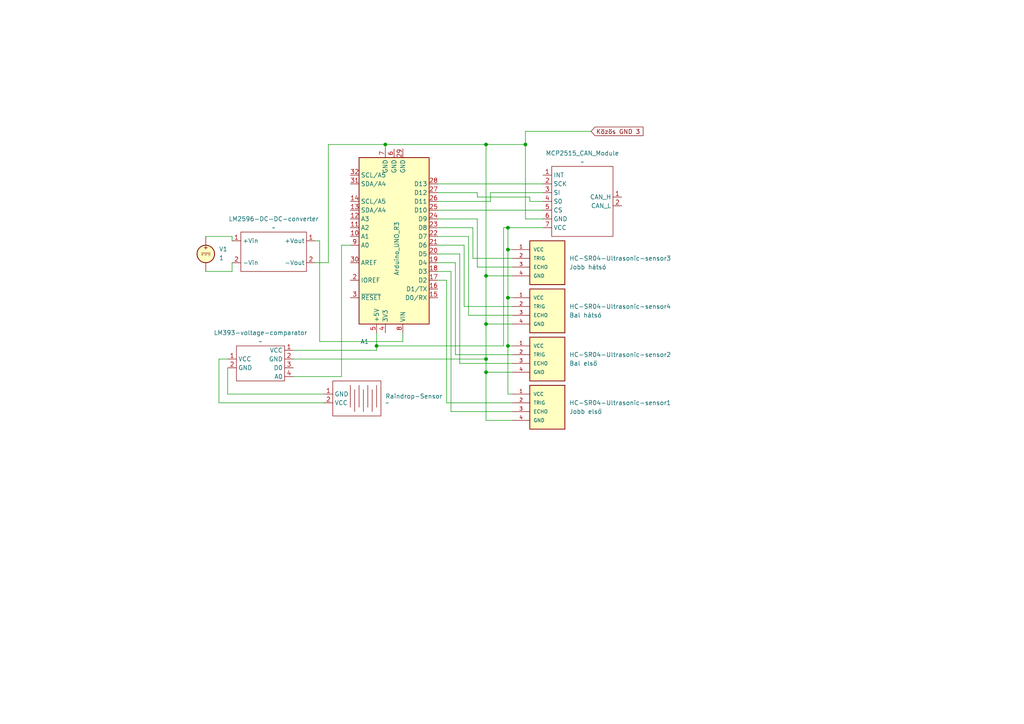
<source format=kicad_sch>
(kicad_sch
	(version 20231120)
	(generator "eeschema")
	(generator_version "8.0")
	(uuid "f1c608c3-aab1-4934-a3ae-69e3792d00b8")
	(paper "A4")
	(lib_symbols
		(symbol "HC-SR04:HC-SR04"
			(pin_names
				(offset 1.016)
			)
			(exclude_from_sim no)
			(in_bom yes)
			(on_board yes)
			(property "Reference" "U"
				(at 0 5.0813 0)
				(effects
					(font
						(size 1.27 1.27)
					)
					(justify left bottom)
				)
			)
			(property "Value" "HC-SR04"
				(at 0 -10.163 0)
				(effects
					(font
						(size 1.27 1.27)
					)
					(justify left bottom)
				)
			)
			(property "Footprint" "HC-SR04:XCVR_HC-SR04"
				(at 0 0 0)
				(effects
					(font
						(size 1.27 1.27)
					)
					(justify bottom)
					(hide yes)
				)
			)
			(property "Datasheet" ""
				(at 0 0 0)
				(effects
					(font
						(size 1.27 1.27)
					)
					(hide yes)
				)
			)
			(property "Description" ""
				(at 0 0 0)
				(effects
					(font
						(size 1.27 1.27)
					)
					(hide yes)
				)
			)
			(property "MF" "SparkFun Electronics"
				(at 0 0 0)
				(effects
					(font
						(size 1.27 1.27)
					)
					(justify bottom)
					(hide yes)
				)
			)
			(property "Description_1" "\nHC-SR04 Ultrasonic Sensor Qwiic Platform Evaluation Expansion Board\n"
				(at 0 0 0)
				(effects
					(font
						(size 1.27 1.27)
					)
					(justify bottom)
					(hide yes)
				)
			)
			(property "Package" "None"
				(at 0 0 0)
				(effects
					(font
						(size 1.27 1.27)
					)
					(justify bottom)
					(hide yes)
				)
			)
			(property "Price" "None"
				(at 0 0 0)
				(effects
					(font
						(size 1.27 1.27)
					)
					(justify bottom)
					(hide yes)
				)
			)
			(property "Check_prices" "https://www.snapeda.com/parts/HC-SR04/SparkFun+Electronics/view-part/?ref=eda"
				(at 0 0 0)
				(effects
					(font
						(size 1.27 1.27)
					)
					(justify bottom)
					(hide yes)
				)
			)
			(property "SnapEDA_Link" "https://www.snapeda.com/parts/HC-SR04/SparkFun+Electronics/view-part/?ref=snap"
				(at 0 0 0)
				(effects
					(font
						(size 1.27 1.27)
					)
					(justify bottom)
					(hide yes)
				)
			)
			(property "MP" "HC-SR04"
				(at 0 0 0)
				(effects
					(font
						(size 1.27 1.27)
					)
					(justify bottom)
					(hide yes)
				)
			)
			(property "Availability" "Not in stock"
				(at 0 0 0)
				(effects
					(font
						(size 1.27 1.27)
					)
					(justify bottom)
					(hide yes)
				)
			)
			(property "MANUFACTURER" "Osepp"
				(at 0 0 0)
				(effects
					(font
						(size 1.27 1.27)
					)
					(justify bottom)
					(hide yes)
				)
			)
			(symbol "HC-SR04_0_0"
				(rectangle
					(start 0 -7.62)
					(end 10.16 5.08)
					(stroke
						(width 0.254)
						(type default)
					)
					(fill
						(type background)
					)
				)
				(pin power_in line
					(at -5.08 2.54 0)
					(length 5.08)
					(name "VCC"
						(effects
							(font
								(size 1.016 1.016)
							)
						)
					)
					(number "1"
						(effects
							(font
								(size 1.016 1.016)
							)
						)
					)
				)
				(pin bidirectional line
					(at -5.08 0 0)
					(length 5.08)
					(name "TRIG"
						(effects
							(font
								(size 1.016 1.016)
							)
						)
					)
					(number "2"
						(effects
							(font
								(size 1.016 1.016)
							)
						)
					)
				)
				(pin bidirectional line
					(at -5.08 -2.54 0)
					(length 5.08)
					(name "ECHO"
						(effects
							(font
								(size 1.016 1.016)
							)
						)
					)
					(number "3"
						(effects
							(font
								(size 1.016 1.016)
							)
						)
					)
				)
				(pin power_in line
					(at -5.08 -5.08 0)
					(length 5.08)
					(name "GND"
						(effects
							(font
								(size 1.016 1.016)
							)
						)
					)
					(number "4"
						(effects
							(font
								(size 1.016 1.016)
							)
						)
					)
				)
			)
		)
		(symbol "MCU_Module:Arduino_UNO_R3"
			(exclude_from_sim no)
			(in_bom yes)
			(on_board yes)
			(property "Reference" "A"
				(at -10.16 23.495 0)
				(effects
					(font
						(size 1.27 1.27)
					)
					(justify left bottom)
				)
			)
			(property "Value" "Arduino_UNO_R3"
				(at 5.08 -26.67 0)
				(effects
					(font
						(size 1.27 1.27)
					)
					(justify left top)
				)
			)
			(property "Footprint" "Module:Arduino_UNO_R3"
				(at 0 0 0)
				(effects
					(font
						(size 1.27 1.27)
						(italic yes)
					)
					(hide yes)
				)
			)
			(property "Datasheet" "https://www.arduino.cc/en/Main/arduinoBoardUno"
				(at 0 0 0)
				(effects
					(font
						(size 1.27 1.27)
					)
					(hide yes)
				)
			)
			(property "Description" "Arduino UNO Microcontroller Module, release 3"
				(at 0 0 0)
				(effects
					(font
						(size 1.27 1.27)
					)
					(hide yes)
				)
			)
			(property "ki_keywords" "Arduino UNO R3 Microcontroller Module Atmel AVR USB"
				(at 0 0 0)
				(effects
					(font
						(size 1.27 1.27)
					)
					(hide yes)
				)
			)
			(property "ki_fp_filters" "Arduino*UNO*R3*"
				(at 0 0 0)
				(effects
					(font
						(size 1.27 1.27)
					)
					(hide yes)
				)
			)
			(symbol "Arduino_UNO_R3_0_1"
				(rectangle
					(start -10.16 22.86)
					(end 10.16 -25.4)
					(stroke
						(width 0.254)
						(type default)
					)
					(fill
						(type background)
					)
				)
			)
			(symbol "Arduino_UNO_R3_1_1"
				(pin no_connect line
					(at -10.16 -20.32 0)
					(length 2.54) hide
					(name "NC"
						(effects
							(font
								(size 1.27 1.27)
							)
						)
					)
					(number "1"
						(effects
							(font
								(size 1.27 1.27)
							)
						)
					)
				)
				(pin bidirectional line
					(at 12.7 -2.54 180)
					(length 2.54)
					(name "A1"
						(effects
							(font
								(size 1.27 1.27)
							)
						)
					)
					(number "10"
						(effects
							(font
								(size 1.27 1.27)
							)
						)
					)
				)
				(pin bidirectional line
					(at 12.7 -5.08 180)
					(length 2.54)
					(name "A2"
						(effects
							(font
								(size 1.27 1.27)
							)
						)
					)
					(number "11"
						(effects
							(font
								(size 1.27 1.27)
							)
						)
					)
				)
				(pin bidirectional line
					(at 12.7 -7.62 180)
					(length 2.54)
					(name "A3"
						(effects
							(font
								(size 1.27 1.27)
							)
						)
					)
					(number "12"
						(effects
							(font
								(size 1.27 1.27)
							)
						)
					)
				)
				(pin bidirectional line
					(at 12.7 -10.16 180)
					(length 2.54)
					(name "SDA/A4"
						(effects
							(font
								(size 1.27 1.27)
							)
						)
					)
					(number "13"
						(effects
							(font
								(size 1.27 1.27)
							)
						)
					)
				)
				(pin bidirectional line
					(at 12.7 -12.7 180)
					(length 2.54)
					(name "SCL/A5"
						(effects
							(font
								(size 1.27 1.27)
							)
						)
					)
					(number "14"
						(effects
							(font
								(size 1.27 1.27)
							)
						)
					)
				)
				(pin bidirectional line
					(at -12.7 15.24 0)
					(length 2.54)
					(name "D0/RX"
						(effects
							(font
								(size 1.27 1.27)
							)
						)
					)
					(number "15"
						(effects
							(font
								(size 1.27 1.27)
							)
						)
					)
				)
				(pin bidirectional line
					(at -12.7 12.7 0)
					(length 2.54)
					(name "D1/TX"
						(effects
							(font
								(size 1.27 1.27)
							)
						)
					)
					(number "16"
						(effects
							(font
								(size 1.27 1.27)
							)
						)
					)
				)
				(pin bidirectional line
					(at -12.7 10.16 0)
					(length 2.54)
					(name "D2"
						(effects
							(font
								(size 1.27 1.27)
							)
						)
					)
					(number "17"
						(effects
							(font
								(size 1.27 1.27)
							)
						)
					)
				)
				(pin bidirectional line
					(at -12.7 7.62 0)
					(length 2.54)
					(name "D3"
						(effects
							(font
								(size 1.27 1.27)
							)
						)
					)
					(number "18"
						(effects
							(font
								(size 1.27 1.27)
							)
						)
					)
				)
				(pin bidirectional line
					(at -12.7 5.08 0)
					(length 2.54)
					(name "D4"
						(effects
							(font
								(size 1.27 1.27)
							)
						)
					)
					(number "19"
						(effects
							(font
								(size 1.27 1.27)
							)
						)
					)
				)
				(pin output line
					(at 12.7 10.16 180)
					(length 2.54)
					(name "IOREF"
						(effects
							(font
								(size 1.27 1.27)
							)
						)
					)
					(number "2"
						(effects
							(font
								(size 1.27 1.27)
							)
						)
					)
				)
				(pin bidirectional line
					(at -12.7 2.54 0)
					(length 2.54)
					(name "D5"
						(effects
							(font
								(size 1.27 1.27)
							)
						)
					)
					(number "20"
						(effects
							(font
								(size 1.27 1.27)
							)
						)
					)
				)
				(pin bidirectional line
					(at -12.7 0 0)
					(length 2.54)
					(name "D6"
						(effects
							(font
								(size 1.27 1.27)
							)
						)
					)
					(number "21"
						(effects
							(font
								(size 1.27 1.27)
							)
						)
					)
				)
				(pin bidirectional line
					(at -12.7 -2.54 0)
					(length 2.54)
					(name "D7"
						(effects
							(font
								(size 1.27 1.27)
							)
						)
					)
					(number "22"
						(effects
							(font
								(size 1.27 1.27)
							)
						)
					)
				)
				(pin bidirectional line
					(at -12.7 -5.08 0)
					(length 2.54)
					(name "D8"
						(effects
							(font
								(size 1.27 1.27)
							)
						)
					)
					(number "23"
						(effects
							(font
								(size 1.27 1.27)
							)
						)
					)
				)
				(pin bidirectional line
					(at -12.7 -7.62 0)
					(length 2.54)
					(name "D9"
						(effects
							(font
								(size 1.27 1.27)
							)
						)
					)
					(number "24"
						(effects
							(font
								(size 1.27 1.27)
							)
						)
					)
				)
				(pin bidirectional line
					(at -12.7 -10.16 0)
					(length 2.54)
					(name "D10"
						(effects
							(font
								(size 1.27 1.27)
							)
						)
					)
					(number "25"
						(effects
							(font
								(size 1.27 1.27)
							)
						)
					)
				)
				(pin bidirectional line
					(at -12.7 -12.7 0)
					(length 2.54)
					(name "D11"
						(effects
							(font
								(size 1.27 1.27)
							)
						)
					)
					(number "26"
						(effects
							(font
								(size 1.27 1.27)
							)
						)
					)
				)
				(pin bidirectional line
					(at -12.7 -15.24 0)
					(length 2.54)
					(name "D12"
						(effects
							(font
								(size 1.27 1.27)
							)
						)
					)
					(number "27"
						(effects
							(font
								(size 1.27 1.27)
							)
						)
					)
				)
				(pin bidirectional line
					(at -12.7 -17.78 0)
					(length 2.54)
					(name "D13"
						(effects
							(font
								(size 1.27 1.27)
							)
						)
					)
					(number "28"
						(effects
							(font
								(size 1.27 1.27)
							)
						)
					)
				)
				(pin power_in line
					(at -2.54 -27.94 90)
					(length 2.54)
					(name "GND"
						(effects
							(font
								(size 1.27 1.27)
							)
						)
					)
					(number "29"
						(effects
							(font
								(size 1.27 1.27)
							)
						)
					)
				)
				(pin input line
					(at 12.7 15.24 180)
					(length 2.54)
					(name "~{RESET}"
						(effects
							(font
								(size 1.27 1.27)
							)
						)
					)
					(number "3"
						(effects
							(font
								(size 1.27 1.27)
							)
						)
					)
				)
				(pin input line
					(at 12.7 5.08 180)
					(length 2.54)
					(name "AREF"
						(effects
							(font
								(size 1.27 1.27)
							)
						)
					)
					(number "30"
						(effects
							(font
								(size 1.27 1.27)
							)
						)
					)
				)
				(pin bidirectional line
					(at 12.7 -17.78 180)
					(length 2.54)
					(name "SDA/A4"
						(effects
							(font
								(size 1.27 1.27)
							)
						)
					)
					(number "31"
						(effects
							(font
								(size 1.27 1.27)
							)
						)
					)
				)
				(pin bidirectional line
					(at 12.7 -20.32 180)
					(length 2.54)
					(name "SCL/A5"
						(effects
							(font
								(size 1.27 1.27)
							)
						)
					)
					(number "32"
						(effects
							(font
								(size 1.27 1.27)
							)
						)
					)
				)
				(pin power_out line
					(at 2.54 25.4 270)
					(length 2.54)
					(name "3V3"
						(effects
							(font
								(size 1.27 1.27)
							)
						)
					)
					(number "4"
						(effects
							(font
								(size 1.27 1.27)
							)
						)
					)
				)
				(pin power_out line
					(at 5.08 25.4 270)
					(length 2.54)
					(name "+5V"
						(effects
							(font
								(size 1.27 1.27)
							)
						)
					)
					(number "5"
						(effects
							(font
								(size 1.27 1.27)
							)
						)
					)
				)
				(pin power_in line
					(at 0 -27.94 90)
					(length 2.54)
					(name "GND"
						(effects
							(font
								(size 1.27 1.27)
							)
						)
					)
					(number "6"
						(effects
							(font
								(size 1.27 1.27)
							)
						)
					)
				)
				(pin power_in line
					(at 2.54 -27.94 90)
					(length 2.54)
					(name "GND"
						(effects
							(font
								(size 1.27 1.27)
							)
						)
					)
					(number "7"
						(effects
							(font
								(size 1.27 1.27)
							)
						)
					)
				)
				(pin power_in line
					(at -2.54 25.4 270)
					(length 2.54)
					(name "VIN"
						(effects
							(font
								(size 1.27 1.27)
							)
						)
					)
					(number "8"
						(effects
							(font
								(size 1.27 1.27)
							)
						)
					)
				)
				(pin bidirectional line
					(at 12.7 0 180)
					(length 2.54)
					(name "A0"
						(effects
							(font
								(size 1.27 1.27)
							)
						)
					)
					(number "9"
						(effects
							(font
								(size 1.27 1.27)
							)
						)
					)
				)
			)
		)
		(symbol "Simulation_SPICE:VDC"
			(pin_numbers hide)
			(pin_names
				(offset 0.0254)
			)
			(exclude_from_sim no)
			(in_bom yes)
			(on_board yes)
			(property "Reference" "V"
				(at 2.54 2.54 0)
				(effects
					(font
						(size 1.27 1.27)
					)
					(justify left)
				)
			)
			(property "Value" "1"
				(at 2.54 0 0)
				(effects
					(font
						(size 1.27 1.27)
					)
					(justify left)
				)
			)
			(property "Footprint" ""
				(at 0 0 0)
				(effects
					(font
						(size 1.27 1.27)
					)
					(hide yes)
				)
			)
			(property "Datasheet" "https://ngspice.sourceforge.io/docs/ngspice-html-manual/manual.xhtml#sec_Independent_Sources_for"
				(at 0 0 0)
				(effects
					(font
						(size 1.27 1.27)
					)
					(hide yes)
				)
			)
			(property "Description" "Voltage source, DC"
				(at 0 0 0)
				(effects
					(font
						(size 1.27 1.27)
					)
					(hide yes)
				)
			)
			(property "Sim.Pins" "1=+ 2=-"
				(at 0 0 0)
				(effects
					(font
						(size 1.27 1.27)
					)
					(hide yes)
				)
			)
			(property "Sim.Type" "DC"
				(at 0 0 0)
				(effects
					(font
						(size 1.27 1.27)
					)
					(hide yes)
				)
			)
			(property "Sim.Device" "V"
				(at 0 0 0)
				(effects
					(font
						(size 1.27 1.27)
					)
					(justify left)
					(hide yes)
				)
			)
			(property "ki_keywords" "simulation"
				(at 0 0 0)
				(effects
					(font
						(size 1.27 1.27)
					)
					(hide yes)
				)
			)
			(symbol "VDC_0_0"
				(polyline
					(pts
						(xy -1.27 0.254) (xy 1.27 0.254)
					)
					(stroke
						(width 0)
						(type default)
					)
					(fill
						(type none)
					)
				)
				(polyline
					(pts
						(xy -0.762 -0.254) (xy -1.27 -0.254)
					)
					(stroke
						(width 0)
						(type default)
					)
					(fill
						(type none)
					)
				)
				(polyline
					(pts
						(xy 0.254 -0.254) (xy -0.254 -0.254)
					)
					(stroke
						(width 0)
						(type default)
					)
					(fill
						(type none)
					)
				)
				(polyline
					(pts
						(xy 1.27 -0.254) (xy 0.762 -0.254)
					)
					(stroke
						(width 0)
						(type default)
					)
					(fill
						(type none)
					)
				)
				(text "+"
					(at 0 1.905 0)
					(effects
						(font
							(size 1.27 1.27)
						)
					)
				)
			)
			(symbol "VDC_0_1"
				(circle
					(center 0 0)
					(radius 2.54)
					(stroke
						(width 0.254)
						(type default)
					)
					(fill
						(type background)
					)
				)
			)
			(symbol "VDC_1_1"
				(pin passive line
					(at 0 5.08 270)
					(length 2.54)
					(name "~"
						(effects
							(font
								(size 1.27 1.27)
							)
						)
					)
					(number "1"
						(effects
							(font
								(size 1.27 1.27)
							)
						)
					)
				)
				(pin passive line
					(at 0 -5.08 90)
					(length 2.54)
					(name "~"
						(effects
							(font
								(size 1.27 1.27)
							)
						)
					)
					(number "2"
						(effects
							(font
								(size 1.27 1.27)
							)
						)
					)
				)
			)
		)
		(symbol "lm393-voltage-comparator:LM393-voltage-comparator"
			(exclude_from_sim no)
			(in_bom yes)
			(on_board yes)
			(property "Reference" "U"
				(at 0 0 0)
				(effects
					(font
						(size 1.27 1.27)
					)
				)
			)
			(property "Value" ""
				(at 19.05 0 0)
				(effects
					(font
						(size 1.27 1.27)
					)
				)
			)
			(property "Footprint" ""
				(at 19.05 0 0)
				(effects
					(font
						(size 1.27 1.27)
					)
					(hide yes)
				)
			)
			(property "Datasheet" ""
				(at 19.05 0 0)
				(effects
					(font
						(size 1.27 1.27)
					)
					(hide yes)
				)
			)
			(property "Description" ""
				(at 19.05 0 0)
				(effects
					(font
						(size 1.27 1.27)
					)
					(hide yes)
				)
			)
			(symbol "LM393-voltage-comparator_0_1"
				(rectangle
					(start -3.81 0)
					(end 10.16 -10.16)
					(stroke
						(width 0)
						(type default)
					)
					(fill
						(type none)
					)
				)
			)
			(symbol "LM393-voltage-comparator_1_1"
				(pin power_out line
					(at -6.35 -3.81 0)
					(length 2.54)
					(name "VCC"
						(effects
							(font
								(size 1.27 1.27)
							)
						)
					)
					(number "1"
						(effects
							(font
								(size 1.27 1.27)
							)
						)
					)
				)
				(pin power_in line
					(at 12.7 -1.27 180)
					(length 2.54)
					(name "VCC"
						(effects
							(font
								(size 1.27 1.27)
							)
						)
					)
					(number "1"
						(effects
							(font
								(size 1.27 1.27)
							)
						)
					)
				)
				(pin output line
					(at -6.35 -6.35 0)
					(length 2.54)
					(name "GND"
						(effects
							(font
								(size 1.27 1.27)
							)
						)
					)
					(number "2"
						(effects
							(font
								(size 1.27 1.27)
							)
						)
					)
				)
				(pin input line
					(at 12.7 -3.81 180)
					(length 2.54)
					(name "GND"
						(effects
							(font
								(size 1.27 1.27)
							)
						)
					)
					(number "2"
						(effects
							(font
								(size 1.27 1.27)
							)
						)
					)
				)
				(pin output line
					(at 12.7 -6.35 180)
					(length 2.54)
					(name "D0"
						(effects
							(font
								(size 1.27 1.27)
							)
						)
					)
					(number "3"
						(effects
							(font
								(size 1.27 1.27)
							)
						)
					)
				)
				(pin output line
					(at 12.7 -8.89 180)
					(length 2.54)
					(name "A0"
						(effects
							(font
								(size 1.27 1.27)
							)
						)
					)
					(number "4"
						(effects
							(font
								(size 1.27 1.27)
							)
						)
					)
				)
			)
		)
		(symbol "lm393-voltage-comparator:Raindrop_sensor"
			(exclude_from_sim no)
			(in_bom yes)
			(on_board yes)
			(property "Reference" "U"
				(at 0 0 0)
				(effects
					(font
						(size 1.27 1.27)
					)
				)
			)
			(property "Value" ""
				(at 0 0 0)
				(effects
					(font
						(size 1.27 1.27)
					)
				)
			)
			(property "Footprint" ""
				(at 0 0 0)
				(effects
					(font
						(size 1.27 1.27)
					)
					(hide yes)
				)
			)
			(property "Datasheet" ""
				(at 0 0 0)
				(effects
					(font
						(size 1.27 1.27)
					)
					(hide yes)
				)
			)
			(property "Description" ""
				(at 0 0 0)
				(effects
					(font
						(size 1.27 1.27)
					)
					(hide yes)
				)
			)
			(symbol "Raindrop_sensor_0_1"
				(polyline
					(pts
						(xy 5.08 -1.27) (xy 5.08 -7.62)
					)
					(stroke
						(width 0)
						(type default)
					)
					(fill
						(type none)
					)
				)
				(polyline
					(pts
						(xy 6.35 -8.89) (xy 6.35 -2.54)
					)
					(stroke
						(width 0)
						(type default)
					)
					(fill
						(type none)
					)
				)
				(polyline
					(pts
						(xy 7.62 -1.27) (xy 7.62 -7.62)
					)
					(stroke
						(width 0)
						(type default)
					)
					(fill
						(type none)
					)
				)
				(polyline
					(pts
						(xy 8.89 -8.89) (xy 8.89 -2.54)
					)
					(stroke
						(width 0)
						(type default)
					)
					(fill
						(type none)
					)
				)
				(polyline
					(pts
						(xy 10.16 -1.27) (xy 10.16 -7.62)
					)
					(stroke
						(width 0)
						(type default)
					)
					(fill
						(type none)
					)
				)
				(polyline
					(pts
						(xy 11.43 -8.89) (xy 11.43 -2.54)
					)
					(stroke
						(width 0)
						(type default)
					)
					(fill
						(type none)
					)
				)
				(polyline
					(pts
						(xy 12.7 -1.27) (xy 12.7 -7.62)
					)
					(stroke
						(width 0)
						(type default)
					)
					(fill
						(type none)
					)
				)
				(rectangle
					(start 0 0)
					(end 13.97 -10.16)
					(stroke
						(width 0)
						(type default)
					)
					(fill
						(type none)
					)
				)
			)
			(symbol "Raindrop_sensor_1_1"
				(pin input line
					(at -2.54 -3.81 0)
					(length 2.54)
					(name "GND"
						(effects
							(font
								(size 1.27 1.27)
							)
						)
					)
					(number "1"
						(effects
							(font
								(size 1.27 1.27)
							)
						)
					)
				)
				(pin power_in line
					(at -2.54 -6.35 0)
					(length 2.54)
					(name "VCC"
						(effects
							(font
								(size 1.27 1.27)
							)
						)
					)
					(number "2"
						(effects
							(font
								(size 1.27 1.27)
							)
						)
					)
				)
			)
		)
		(symbol "mcp2515CANController:LM2596S"
			(exclude_from_sim no)
			(in_bom yes)
			(on_board yes)
			(property "Reference" "U"
				(at 0 0 0)
				(effects
					(font
						(size 1.27 1.27)
					)
				)
			)
			(property "Value" ""
				(at 0 0 0)
				(effects
					(font
						(size 1.27 1.27)
					)
				)
			)
			(property "Footprint" ""
				(at 0 0 0)
				(effects
					(font
						(size 1.27 1.27)
					)
					(hide yes)
				)
			)
			(property "Datasheet" ""
				(at 0 0 0)
				(effects
					(font
						(size 1.27 1.27)
					)
					(hide yes)
				)
			)
			(property "Description" ""
				(at 0 0 0)
				(effects
					(font
						(size 1.27 1.27)
					)
					(hide yes)
				)
			)
			(symbol "LM2596S_0_1"
				(rectangle
					(start 0 0)
					(end 19.05 -11.43)
					(stroke
						(width 0)
						(type default)
					)
					(fill
						(type none)
					)
				)
			)
			(symbol "LM2596S_1_1"
				(pin power_in line
					(at -2.54 -2.54 0)
					(length 2.54)
					(name "+Vin"
						(effects
							(font
								(size 1.27 1.27)
							)
						)
					)
					(number "1"
						(effects
							(font
								(size 1.27 1.27)
							)
						)
					)
				)
				(pin power_out line
					(at 21.59 -2.54 180)
					(length 2.54)
					(name "+Vout"
						(effects
							(font
								(size 1.27 1.27)
							)
						)
					)
					(number "1"
						(effects
							(font
								(size 1.27 1.27)
							)
						)
					)
				)
				(pin input line
					(at -2.54 -8.89 0)
					(length 2.54)
					(name "-Vin"
						(effects
							(font
								(size 1.27 1.27)
							)
						)
					)
					(number "2"
						(effects
							(font
								(size 1.27 1.27)
							)
						)
					)
				)
				(pin output line
					(at 21.59 -8.89 180)
					(length 2.54)
					(name "-Vout"
						(effects
							(font
								(size 1.27 1.27)
							)
						)
					)
					(number "2"
						(effects
							(font
								(size 1.27 1.27)
							)
						)
					)
				)
			)
		)
		(symbol "mcp2515CANController:MCP2515_CAN_Controller_Module"
			(exclude_from_sim no)
			(in_bom yes)
			(on_board yes)
			(property "Reference" "U"
				(at 0 0 0)
				(effects
					(font
						(size 1.27 1.27)
					)
				)
			)
			(property "Value" ""
				(at 0 0 0)
				(effects
					(font
						(size 1.27 1.27)
					)
				)
			)
			(property "Footprint" ""
				(at 0 0 0)
				(effects
					(font
						(size 1.27 1.27)
					)
					(hide yes)
				)
			)
			(property "Datasheet" ""
				(at 0 0 0)
				(effects
					(font
						(size 1.27 1.27)
					)
					(hide yes)
				)
			)
			(property "Description" ""
				(at 0 0 0)
				(effects
					(font
						(size 1.27 1.27)
					)
					(hide yes)
				)
			)
			(symbol "MCP2515_CAN_Controller_Module_0_1"
				(rectangle
					(start 0 -3.81)
					(end 17.78 -24.13)
					(stroke
						(width 0)
						(type default)
					)
					(fill
						(type none)
					)
				)
			)
			(symbol "MCP2515_CAN_Controller_Module_1_1"
				(pin bidirectional line
					(at 20.32 -12.7 180)
					(length 2.54)
					(name "CAN_H"
						(effects
							(font
								(size 1.27 1.27)
							)
						)
					)
					(number "1"
						(effects
							(font
								(size 1.27 1.27)
							)
						)
					)
				)
				(pin output line
					(at -2.54 -6.35 0)
					(length 2.54)
					(name "INT"
						(effects
							(font
								(size 1.27 1.27)
							)
						)
					)
					(number "1"
						(effects
							(font
								(size 1.27 1.27)
							)
						)
					)
				)
				(pin bidirectional line
					(at 20.32 -15.24 180)
					(length 2.54)
					(name "CAN_L"
						(effects
							(font
								(size 1.27 1.27)
							)
						)
					)
					(number "2"
						(effects
							(font
								(size 1.27 1.27)
							)
						)
					)
				)
				(pin input line
					(at -2.54 -8.89 0)
					(length 2.54)
					(name "SCK"
						(effects
							(font
								(size 1.27 1.27)
							)
						)
					)
					(number "2"
						(effects
							(font
								(size 1.27 1.27)
							)
						)
					)
				)
				(pin input line
					(at -2.54 -11.43 0)
					(length 2.54)
					(name "SI"
						(effects
							(font
								(size 1.27 1.27)
							)
						)
					)
					(number "3"
						(effects
							(font
								(size 1.27 1.27)
							)
						)
					)
				)
				(pin output line
					(at -2.54 -13.97 0)
					(length 2.54)
					(name "S0"
						(effects
							(font
								(size 1.27 1.27)
							)
						)
					)
					(number "4"
						(effects
							(font
								(size 1.27 1.27)
							)
						)
					)
				)
				(pin input line
					(at -2.54 -16.51 0)
					(length 2.54)
					(name "CS"
						(effects
							(font
								(size 1.27 1.27)
							)
						)
					)
					(number "5"
						(effects
							(font
								(size 1.27 1.27)
							)
						)
					)
				)
				(pin input line
					(at -2.54 -19.05 0)
					(length 2.54)
					(name "GND"
						(effects
							(font
								(size 1.27 1.27)
							)
						)
					)
					(number "6"
						(effects
							(font
								(size 1.27 1.27)
							)
						)
					)
				)
				(pin power_in line
					(at -2.54 -21.59 0)
					(length 2.54)
					(name "VCC"
						(effects
							(font
								(size 1.27 1.27)
							)
						)
					)
					(number "7"
						(effects
							(font
								(size 1.27 1.27)
							)
						)
					)
				)
			)
		)
	)
	(junction
		(at 109.22 100.33)
		(diameter 0)
		(color 0 0 0 0)
		(uuid "04cc4347-657f-4bd5-bb1a-d7d42de0f435")
	)
	(junction
		(at 140.97 104.14)
		(diameter 0)
		(color 0 0 0 0)
		(uuid "0d85c215-8bc9-4374-883d-9ab009a1bc93")
	)
	(junction
		(at 140.97 80.01)
		(diameter 0)
		(color 0 0 0 0)
		(uuid "266dfeb5-6bba-4be4-a1d6-0ca325285dca")
	)
	(junction
		(at 147.32 66.04)
		(diameter 0)
		(color 0 0 0 0)
		(uuid "32107709-e05b-4a64-a510-b3ad9a2eb29e")
	)
	(junction
		(at 147.32 100.33)
		(diameter 0)
		(color 0 0 0 0)
		(uuid "3a0de3b0-3a3c-4134-b006-a0dc38359d83")
	)
	(junction
		(at 140.97 93.98)
		(diameter 0)
		(color 0 0 0 0)
		(uuid "3dffd92e-8659-47d4-be9a-baa9d4c87dc7")
	)
	(junction
		(at 111.76 41.91)
		(diameter 0)
		(color 0 0 0 0)
		(uuid "58dd6a52-dc41-4407-85f1-d0b5912ba6a9")
	)
	(junction
		(at 147.32 72.39)
		(diameter 0)
		(color 0 0 0 0)
		(uuid "8b425ee5-ba27-42b5-973e-208608ee105a")
	)
	(junction
		(at 152.4 41.91)
		(diameter 0)
		(color 0 0 0 0)
		(uuid "ad4990c2-db7e-4e75-aaf5-626c7a02478d")
	)
	(junction
		(at 140.97 107.95)
		(diameter 0)
		(color 0 0 0 0)
		(uuid "bbcd9c69-5ff6-4076-be47-429d82f87f3d")
	)
	(junction
		(at 147.32 86.36)
		(diameter 0)
		(color 0 0 0 0)
		(uuid "c31f205e-d0a2-49c1-b08b-4ecf022ac74c")
	)
	(junction
		(at 140.97 41.91)
		(diameter 0)
		(color 0 0 0 0)
		(uuid "ef89675d-939f-4b22-a09e-c1b24ac07dfe")
	)
	(wire
		(pts
			(xy 127 55.88) (xy 138.43 55.88)
		)
		(stroke
			(width 0)
			(type default)
		)
		(uuid "00d9941f-e3d4-4a9f-8f78-00e2d39f07b0")
	)
	(wire
		(pts
			(xy 148.59 74.93) (xy 137.16 74.93)
		)
		(stroke
			(width 0)
			(type default)
		)
		(uuid "05458920-473a-4b89-87d5-35d2c4ce204c")
	)
	(wire
		(pts
			(xy 148.59 93.98) (xy 140.97 93.98)
		)
		(stroke
			(width 0)
			(type default)
		)
		(uuid "0d36bb6b-b349-4770-980d-3500a10569a8")
	)
	(wire
		(pts
			(xy 153.67 58.42) (xy 157.48 58.42)
		)
		(stroke
			(width 0)
			(type default)
		)
		(uuid "0efb0a76-2464-4afa-b5b4-26506be36ebd")
	)
	(wire
		(pts
			(xy 138.43 77.47) (xy 138.43 63.5)
		)
		(stroke
			(width 0)
			(type default)
		)
		(uuid "131e37f8-0c2b-47d6-908b-d85bc81f690c")
	)
	(wire
		(pts
			(xy 140.97 41.91) (xy 152.4 41.91)
		)
		(stroke
			(width 0)
			(type default)
		)
		(uuid "138077ba-b1ff-41f9-8acd-c05ab049167f")
	)
	(wire
		(pts
			(xy 135.89 91.44) (xy 135.89 68.58)
		)
		(stroke
			(width 0)
			(type default)
		)
		(uuid "1745b7e4-e8b2-4798-b1ad-e286096b722a")
	)
	(wire
		(pts
			(xy 148.59 119.38) (xy 130.81 119.38)
		)
		(stroke
			(width 0)
			(type default)
		)
		(uuid "1a415e89-9667-4038-87ec-63fe9a13d8d2")
	)
	(wire
		(pts
			(xy 152.4 38.1) (xy 171.45 38.1)
		)
		(stroke
			(width 0)
			(type default)
		)
		(uuid "21add74a-37b1-4b34-b485-d8f0bae9915f")
	)
	(wire
		(pts
			(xy 137.16 74.93) (xy 137.16 66.04)
		)
		(stroke
			(width 0)
			(type default)
		)
		(uuid "22b4fd9f-d927-4042-9ec9-27b402c50f9a")
	)
	(wire
		(pts
			(xy 134.62 71.12) (xy 127 71.12)
		)
		(stroke
			(width 0)
			(type default)
		)
		(uuid "25ebfb30-bc59-4a19-9018-49afffe7d349")
	)
	(wire
		(pts
			(xy 138.43 55.88) (xy 138.43 57.15)
		)
		(stroke
			(width 0)
			(type default)
		)
		(uuid "26a98878-8cd9-40da-a52f-9fe17e141d66")
	)
	(wire
		(pts
			(xy 153.67 58.42) (xy 153.67 57.15)
		)
		(stroke
			(width 0)
			(type default)
		)
		(uuid "2709b15a-e2e3-4cfc-aa51-499c5efca046")
	)
	(wire
		(pts
			(xy 95.25 76.2) (xy 95.25 41.91)
		)
		(stroke
			(width 0)
			(type default)
		)
		(uuid "27568f87-d9ab-46c6-8f5a-32d96564168d")
	)
	(wire
		(pts
			(xy 140.97 41.91) (xy 140.97 80.01)
		)
		(stroke
			(width 0)
			(type default)
		)
		(uuid "27f3a3a2-28e7-4ce5-92ec-f419827a1796")
	)
	(wire
		(pts
			(xy 137.16 66.04) (xy 127 66.04)
		)
		(stroke
			(width 0)
			(type default)
		)
		(uuid "2987101e-d567-49ff-95bc-6654e4b8e53e")
	)
	(wire
		(pts
			(xy 92.71 69.85) (xy 92.71 99.06)
		)
		(stroke
			(width 0)
			(type default)
		)
		(uuid "29a3b705-0d2a-45b6-8b35-b3dbf76f6fd2")
	)
	(wire
		(pts
			(xy 109.22 100.33) (xy 146.05 100.33)
		)
		(stroke
			(width 0)
			(type default)
		)
		(uuid "2dbe332b-cfe2-4885-8a13-6fa9cdf29931")
	)
	(wire
		(pts
			(xy 148.59 121.92) (xy 140.97 121.92)
		)
		(stroke
			(width 0)
			(type default)
		)
		(uuid "344e16f3-94bb-4234-9583-57aea4de3992")
	)
	(wire
		(pts
			(xy 109.22 101.6) (xy 109.22 100.33)
		)
		(stroke
			(width 0)
			(type default)
		)
		(uuid "39e97dea-c350-4f08-967e-66da4d6be9ad")
	)
	(wire
		(pts
			(xy 63.5 104.14) (xy 63.5 116.84)
		)
		(stroke
			(width 0)
			(type default)
		)
		(uuid "3e466110-af81-4146-baea-e4c949c79450")
	)
	(wire
		(pts
			(xy 142.24 58.42) (xy 127 58.42)
		)
		(stroke
			(width 0)
			(type default)
		)
		(uuid "3ee7c264-3516-4a52-81c7-23c60350219f")
	)
	(wire
		(pts
			(xy 85.09 104.14) (xy 140.97 104.14)
		)
		(stroke
			(width 0)
			(type default)
		)
		(uuid "439380b8-f211-4e2d-b83c-c7dc37e08305")
	)
	(wire
		(pts
			(xy 135.89 68.58) (xy 127 68.58)
		)
		(stroke
			(width 0)
			(type default)
		)
		(uuid "493d7c78-9097-40dd-8f6d-7ed9cc528311")
	)
	(wire
		(pts
			(xy 111.76 41.91) (xy 140.97 41.91)
		)
		(stroke
			(width 0)
			(type default)
		)
		(uuid "4ae4c871-041d-43e0-bad8-2cdc824b8b9c")
	)
	(wire
		(pts
			(xy 59.69 68.58) (xy 67.31 68.58)
		)
		(stroke
			(width 0)
			(type default)
		)
		(uuid "4c3780b7-e6b7-442d-a2db-818eff2a2306")
	)
	(wire
		(pts
			(xy 85.09 101.6) (xy 109.22 101.6)
		)
		(stroke
			(width 0)
			(type default)
		)
		(uuid "4ef1ad84-1d4f-4885-87d7-7c32c7d5673c")
	)
	(wire
		(pts
			(xy 148.59 107.95) (xy 140.97 107.95)
		)
		(stroke
			(width 0)
			(type default)
		)
		(uuid "525ab3bc-2501-40f2-a651-d0a113dcbd9a")
	)
	(wire
		(pts
			(xy 134.62 88.9) (xy 134.62 71.12)
		)
		(stroke
			(width 0)
			(type default)
		)
		(uuid "5b1362c6-b1fe-465d-838e-677de3bb1b75")
	)
	(wire
		(pts
			(xy 140.97 121.92) (xy 140.97 107.95)
		)
		(stroke
			(width 0)
			(type default)
		)
		(uuid "5db7f75d-19cb-44ac-9371-71f12de7f0fc")
	)
	(wire
		(pts
			(xy 66.04 104.14) (xy 63.5 104.14)
		)
		(stroke
			(width 0)
			(type default)
		)
		(uuid "61177831-f048-4529-bef0-5d655d7b799d")
	)
	(wire
		(pts
			(xy 147.32 86.36) (xy 147.32 72.39)
		)
		(stroke
			(width 0)
			(type default)
		)
		(uuid "651dac35-1884-494c-90f4-166b18c5f9b2")
	)
	(wire
		(pts
			(xy 132.08 76.2) (xy 127 76.2)
		)
		(stroke
			(width 0)
			(type default)
		)
		(uuid "6f89070c-c3ae-4562-9820-864ec1d1f382")
	)
	(wire
		(pts
			(xy 99.06 71.12) (xy 101.6 71.12)
		)
		(stroke
			(width 0)
			(type default)
		)
		(uuid "70ec01e7-efb4-40ac-932c-3df72ee4fcb2")
	)
	(wire
		(pts
			(xy 157.48 63.5) (xy 152.4 63.5)
		)
		(stroke
			(width 0)
			(type default)
		)
		(uuid "717d605b-19b6-4e37-bfa4-4e6ec818340c")
	)
	(wire
		(pts
			(xy 85.09 109.22) (xy 99.06 109.22)
		)
		(stroke
			(width 0)
			(type default)
		)
		(uuid "7c91a3e8-00ae-4bf1-95ec-bc500451747a")
	)
	(wire
		(pts
			(xy 59.69 78.74) (xy 67.31 78.74)
		)
		(stroke
			(width 0)
			(type default)
		)
		(uuid "826a7d77-d445-4f29-a6ea-faa4b999f9e7")
	)
	(wire
		(pts
			(xy 95.25 41.91) (xy 111.76 41.91)
		)
		(stroke
			(width 0)
			(type default)
		)
		(uuid "87ebc65d-0eb8-4223-98bc-11a1c4a35ee2")
	)
	(wire
		(pts
			(xy 130.81 119.38) (xy 130.81 78.74)
		)
		(stroke
			(width 0)
			(type default)
		)
		(uuid "88aa3ba8-dfc9-4a4a-a899-f3d1ca9fb144")
	)
	(wire
		(pts
			(xy 148.59 80.01) (xy 140.97 80.01)
		)
		(stroke
			(width 0)
			(type default)
		)
		(uuid "8c9f9ba1-f0b4-42ae-8fc3-4e1a0a4dafb0")
	)
	(wire
		(pts
			(xy 148.59 105.41) (xy 133.35 105.41)
		)
		(stroke
			(width 0)
			(type default)
		)
		(uuid "8d7e067c-a7f5-48ae-8cc5-2e8be0757489")
	)
	(wire
		(pts
			(xy 92.71 99.06) (xy 116.84 99.06)
		)
		(stroke
			(width 0)
			(type default)
		)
		(uuid "8df228e9-2c00-4d43-8d70-4267a29558b0")
	)
	(wire
		(pts
			(xy 129.54 116.84) (xy 129.54 81.28)
		)
		(stroke
			(width 0)
			(type default)
		)
		(uuid "906b3ac5-a308-4161-8ebc-b6b628a10bcf")
	)
	(wire
		(pts
			(xy 148.59 77.47) (xy 138.43 77.47)
		)
		(stroke
			(width 0)
			(type default)
		)
		(uuid "928eab64-fd46-47f3-b384-a9cbb2b2145a")
	)
	(wire
		(pts
			(xy 91.44 76.2) (xy 95.25 76.2)
		)
		(stroke
			(width 0)
			(type default)
		)
		(uuid "940b3080-523d-43c7-b5b7-3238a9757997")
	)
	(wire
		(pts
			(xy 138.43 63.5) (xy 127 63.5)
		)
		(stroke
			(width 0)
			(type default)
		)
		(uuid "9d777234-4074-49a5-822d-b0fd6d00c0d6")
	)
	(wire
		(pts
			(xy 152.4 38.1) (xy 152.4 41.91)
		)
		(stroke
			(width 0)
			(type default)
		)
		(uuid "9f66890f-2ce0-455d-ae80-3028e83ca35d")
	)
	(wire
		(pts
			(xy 142.24 55.88) (xy 142.24 58.42)
		)
		(stroke
			(width 0)
			(type default)
		)
		(uuid "a3b4043d-3bab-4e31-a874-eb17b616448c")
	)
	(wire
		(pts
			(xy 132.08 102.87) (xy 132.08 76.2)
		)
		(stroke
			(width 0)
			(type default)
		)
		(uuid "a64d9570-34a2-4a09-a3df-30f853c41a67")
	)
	(wire
		(pts
			(xy 148.59 88.9) (xy 134.62 88.9)
		)
		(stroke
			(width 0)
			(type default)
		)
		(uuid "a8864c54-a27f-465a-954e-37c43a35c43e")
	)
	(wire
		(pts
			(xy 109.22 100.33) (xy 109.22 96.52)
		)
		(stroke
			(width 0)
			(type default)
		)
		(uuid "a9e9970b-2eda-4096-9a41-15dea2d3024e")
	)
	(wire
		(pts
			(xy 147.32 114.3) (xy 147.32 100.33)
		)
		(stroke
			(width 0)
			(type default)
		)
		(uuid "aac0e8c7-a207-47b5-8f9d-9c37d24582e9")
	)
	(wire
		(pts
			(xy 140.97 107.95) (xy 140.97 104.14)
		)
		(stroke
			(width 0)
			(type default)
		)
		(uuid "aed08af0-df9f-4af0-b5ee-e8c16e61691f")
	)
	(wire
		(pts
			(xy 147.32 100.33) (xy 147.32 86.36)
		)
		(stroke
			(width 0)
			(type default)
		)
		(uuid "b20d380a-2c76-401a-83cf-491fe4e31854")
	)
	(wire
		(pts
			(xy 147.32 66.04) (xy 157.48 66.04)
		)
		(stroke
			(width 0)
			(type default)
		)
		(uuid "b3df7244-eb07-4044-ad46-126c175487ad")
	)
	(wire
		(pts
			(xy 66.04 106.68) (xy 66.04 114.3)
		)
		(stroke
			(width 0)
			(type default)
		)
		(uuid "b3e81f07-2bb2-4233-b2f3-8969c0254041")
	)
	(wire
		(pts
			(xy 147.32 72.39) (xy 147.32 66.04)
		)
		(stroke
			(width 0)
			(type default)
		)
		(uuid "b401bdf2-ce7d-4fd1-adab-8ab10e252911")
	)
	(wire
		(pts
			(xy 138.43 57.15) (xy 153.67 57.15)
		)
		(stroke
			(width 0)
			(type default)
		)
		(uuid "b49e172d-eaa4-4986-a654-e21f5e07d48b")
	)
	(wire
		(pts
			(xy 148.59 116.84) (xy 129.54 116.84)
		)
		(stroke
			(width 0)
			(type default)
		)
		(uuid "b4eb0df6-8ca7-4419-991e-edfac97bb658")
	)
	(wire
		(pts
			(xy 152.4 41.91) (xy 152.4 63.5)
		)
		(stroke
			(width 0)
			(type default)
		)
		(uuid "b734880a-8cdd-449e-a1b2-12f0cb2125ad")
	)
	(wire
		(pts
			(xy 99.06 109.22) (xy 99.06 71.12)
		)
		(stroke
			(width 0)
			(type default)
		)
		(uuid "bad8d158-e3c4-4ef7-a494-6cac5a9e62da")
	)
	(wire
		(pts
			(xy 133.35 105.41) (xy 133.35 73.66)
		)
		(stroke
			(width 0)
			(type default)
		)
		(uuid "bade4aaa-1d68-4857-8d2d-7ac2b167504d")
	)
	(wire
		(pts
			(xy 148.59 114.3) (xy 147.32 114.3)
		)
		(stroke
			(width 0)
			(type default)
		)
		(uuid "c18b340d-6b30-4c8c-b4d3-1ed6a57af77c")
	)
	(wire
		(pts
			(xy 127 60.96) (xy 157.48 60.96)
		)
		(stroke
			(width 0)
			(type default)
		)
		(uuid "c6914cab-3304-425c-9bd5-cde742660667")
	)
	(wire
		(pts
			(xy 129.54 81.28) (xy 127 81.28)
		)
		(stroke
			(width 0)
			(type default)
		)
		(uuid "c89a2fd6-dedd-4fca-98e4-2c1ba56ff33e")
	)
	(wire
		(pts
			(xy 130.81 78.74) (xy 127 78.74)
		)
		(stroke
			(width 0)
			(type default)
		)
		(uuid "c9d64cdf-f04b-4974-a184-c08baf8f0188")
	)
	(wire
		(pts
			(xy 148.59 91.44) (xy 135.89 91.44)
		)
		(stroke
			(width 0)
			(type default)
		)
		(uuid "cc4abf06-fa8b-4e3a-8985-b8c11ef2027a")
	)
	(wire
		(pts
			(xy 111.76 41.91) (xy 111.76 43.18)
		)
		(stroke
			(width 0)
			(type default)
		)
		(uuid "ce41d445-d206-4f49-8ae2-df954e081e2c")
	)
	(wire
		(pts
			(xy 146.05 66.04) (xy 147.32 66.04)
		)
		(stroke
			(width 0)
			(type default)
		)
		(uuid "d25c5705-f70d-418f-8d44-3c451bda3e49")
	)
	(wire
		(pts
			(xy 91.44 69.85) (xy 92.71 69.85)
		)
		(stroke
			(width 0)
			(type default)
		)
		(uuid "d4ab9440-a0be-4eea-8f79-7a5de43a5594")
	)
	(wire
		(pts
			(xy 157.48 55.88) (xy 142.24 55.88)
		)
		(stroke
			(width 0)
			(type default)
		)
		(uuid "d5268d54-bf22-4b5f-b119-e1a2315fae0c")
	)
	(wire
		(pts
			(xy 66.04 114.3) (xy 93.98 114.3)
		)
		(stroke
			(width 0)
			(type default)
		)
		(uuid "d5f41f6e-380a-4f4f-a72c-ffdb842db9d9")
	)
	(wire
		(pts
			(xy 140.97 93.98) (xy 140.97 80.01)
		)
		(stroke
			(width 0)
			(type default)
		)
		(uuid "d63a7eef-1469-4472-a6fb-0b3c72d5cc1b")
	)
	(wire
		(pts
			(xy 67.31 68.58) (xy 67.31 69.85)
		)
		(stroke
			(width 0)
			(type default)
		)
		(uuid "d6a5e5f0-27d1-411b-9097-6047746afeaa")
	)
	(wire
		(pts
			(xy 140.97 104.14) (xy 140.97 93.98)
		)
		(stroke
			(width 0)
			(type default)
		)
		(uuid "d83001c3-36ab-4cc7-8a2c-c8ba85f7c173")
	)
	(wire
		(pts
			(xy 148.59 102.87) (xy 132.08 102.87)
		)
		(stroke
			(width 0)
			(type default)
		)
		(uuid "dbef9b21-0965-4784-a62d-925a61f111ac")
	)
	(wire
		(pts
			(xy 116.84 99.06) (xy 116.84 96.52)
		)
		(stroke
			(width 0)
			(type default)
		)
		(uuid "e315896a-d4cb-407b-b224-890cb48aa8ba")
	)
	(wire
		(pts
			(xy 148.59 86.36) (xy 147.32 86.36)
		)
		(stroke
			(width 0)
			(type default)
		)
		(uuid "eca21c50-6d50-4d53-ace8-813e68e620da")
	)
	(wire
		(pts
			(xy 146.05 66.04) (xy 146.05 100.33)
		)
		(stroke
			(width 0)
			(type default)
		)
		(uuid "f2de7df5-e0b7-470d-9421-23c4511d78a3")
	)
	(wire
		(pts
			(xy 63.5 116.84) (xy 93.98 116.84)
		)
		(stroke
			(width 0)
			(type default)
		)
		(uuid "f95f48cb-17c4-4af3-8588-8012438c245e")
	)
	(wire
		(pts
			(xy 148.59 72.39) (xy 147.32 72.39)
		)
		(stroke
			(width 0)
			(type default)
		)
		(uuid "f9a98d61-5e5b-460c-a203-17795ff33168")
	)
	(wire
		(pts
			(xy 148.59 100.33) (xy 147.32 100.33)
		)
		(stroke
			(width 0)
			(type default)
		)
		(uuid "fc08a7a0-68b4-4b51-a72e-0a6dadf778c7")
	)
	(wire
		(pts
			(xy 133.35 73.66) (xy 127 73.66)
		)
		(stroke
			(width 0)
			(type default)
		)
		(uuid "fca9a84a-43b0-4625-88fc-b2e4cc1fc511")
	)
	(wire
		(pts
			(xy 127 53.34) (xy 157.48 53.34)
		)
		(stroke
			(width 0)
			(type default)
		)
		(uuid "fd43b789-8ba6-4ce6-ae95-3429d9a731df")
	)
	(wire
		(pts
			(xy 67.31 78.74) (xy 67.31 76.2)
		)
		(stroke
			(width 0)
			(type default)
		)
		(uuid "fea65202-6fb7-44c4-b06b-ef6ea206f043")
	)
	(global_label "Közös GND 3"
		(shape input)
		(at 171.45 38.1 0)
		(fields_autoplaced yes)
		(effects
			(font
				(size 1.27 1.27)
			)
			(justify left)
		)
		(uuid "e2de094c-e29e-43f9-8878-06983e994376")
		(property "Intersheetrefs" "${INTERSHEET_REFS}"
			(at 187.0746 38.1 0)
			(effects
				(font
					(size 1.27 1.27)
				)
				(justify left)
				(hide yes)
			)
		)
	)
	(symbol
		(lib_id "lm393-voltage-comparator:LM393-voltage-comparator")
		(at 72.39 100.33 0)
		(unit 1)
		(exclude_from_sim no)
		(in_bom yes)
		(on_board yes)
		(dnp no)
		(fields_autoplaced yes)
		(uuid "079093c2-0cdf-4a86-966a-16844ddf5bac")
		(property "Reference" "LM393-voltage-comparator"
			(at 75.565 96.52 0)
			(effects
				(font
					(size 1.27 1.27)
				)
			)
		)
		(property "Value" "~"
			(at 75.565 99.06 0)
			(effects
				(font
					(size 1.27 1.27)
				)
			)
		)
		(property "Footprint" ""
			(at 91.44 100.33 0)
			(effects
				(font
					(size 1.27 1.27)
				)
				(hide yes)
			)
		)
		(property "Datasheet" ""
			(at 91.44 100.33 0)
			(effects
				(font
					(size 1.27 1.27)
				)
				(hide yes)
			)
		)
		(property "Description" ""
			(at 91.44 100.33 0)
			(effects
				(font
					(size 1.27 1.27)
				)
				(hide yes)
			)
		)
		(pin "1"
			(uuid "773c9147-c3f4-479f-8a62-c3b6ff6e10cc")
		)
		(pin "1"
			(uuid "006fcacb-7fff-4c55-9967-f02474af8c2f")
		)
		(pin "2"
			(uuid "db9302c9-57ec-4b33-803b-8a641e61f427")
		)
		(pin "2"
			(uuid "6dbc09f0-a003-409c-b3dc-552172e95dd5")
		)
		(pin "4"
			(uuid "f60735c8-fe9f-4352-9a02-35638eefd1d3")
		)
		(pin "3"
			(uuid "9da11ced-6f53-4679-a52d-fce97f9203f1")
		)
		(instances
			(project ""
				(path "/f1c608c3-aab1-4934-a3ae-69e3792d00b8"
					(reference "LM393-voltage-comparator")
					(unit 1)
				)
			)
		)
	)
	(symbol
		(lib_id "HC-SR04:HC-SR04")
		(at 153.67 116.84 0)
		(unit 1)
		(exclude_from_sim no)
		(in_bom yes)
		(on_board yes)
		(dnp no)
		(fields_autoplaced yes)
		(uuid "0ea3e6ed-e642-4206-a50f-19f7835a3187")
		(property "Reference" "HC-SR04-Ultrasonic-sensor1"
			(at 165.1 116.8399 0)
			(effects
				(font
					(size 1.27 1.27)
				)
				(justify left)
			)
		)
		(property "Value" "Jobb első"
			(at 165.1 119.3799 0)
			(effects
				(font
					(size 1.27 1.27)
				)
				(justify left)
			)
		)
		(property "Footprint" "HC-SR04:XCVR_HC-SR04"
			(at 153.67 116.84 0)
			(effects
				(font
					(size 1.27 1.27)
				)
				(justify bottom)
				(hide yes)
			)
		)
		(property "Datasheet" ""
			(at 153.67 116.84 0)
			(effects
				(font
					(size 1.27 1.27)
				)
				(hide yes)
			)
		)
		(property "Description" ""
			(at 153.67 116.84 0)
			(effects
				(font
					(size 1.27 1.27)
				)
				(hide yes)
			)
		)
		(property "MF" "SparkFun Electronics"
			(at 153.67 116.84 0)
			(effects
				(font
					(size 1.27 1.27)
				)
				(justify bottom)
				(hide yes)
			)
		)
		(property "Description_1" "\nHC-SR04 Ultrasonic Sensor Qwiic Platform Evaluation Expansion Board\n"
			(at 153.67 116.84 0)
			(effects
				(font
					(size 1.27 1.27)
				)
				(justify bottom)
				(hide yes)
			)
		)
		(property "Package" "None"
			(at 153.67 116.84 0)
			(effects
				(font
					(size 1.27 1.27)
				)
				(justify bottom)
				(hide yes)
			)
		)
		(property "Price" "None"
			(at 153.67 116.84 0)
			(effects
				(font
					(size 1.27 1.27)
				)
				(justify bottom)
				(hide yes)
			)
		)
		(property "Check_prices" "https://www.snapeda.com/parts/HC-SR04/SparkFun+Electronics/view-part/?ref=eda"
			(at 153.67 116.84 0)
			(effects
				(font
					(size 1.27 1.27)
				)
				(justify bottom)
				(hide yes)
			)
		)
		(property "SnapEDA_Link" "https://www.snapeda.com/parts/HC-SR04/SparkFun+Electronics/view-part/?ref=snap"
			(at 153.67 116.84 0)
			(effects
				(font
					(size 1.27 1.27)
				)
				(justify bottom)
				(hide yes)
			)
		)
		(property "MP" "HC-SR04"
			(at 153.67 116.84 0)
			(effects
				(font
					(size 1.27 1.27)
				)
				(justify bottom)
				(hide yes)
			)
		)
		(property "Availability" "Not in stock"
			(at 153.67 116.84 0)
			(effects
				(font
					(size 1.27 1.27)
				)
				(justify bottom)
				(hide yes)
			)
		)
		(property "MANUFACTURER" "Osepp"
			(at 153.67 116.84 0)
			(effects
				(font
					(size 1.27 1.27)
				)
				(justify bottom)
				(hide yes)
			)
		)
		(pin "1"
			(uuid "ce010eb5-f2de-4963-b081-c987057c6271")
		)
		(pin "4"
			(uuid "06e192dd-802b-4751-9c78-5b0be4c182a0")
		)
		(pin "3"
			(uuid "91f0a261-26e1-414b-95e6-dc8d1cb4b2e7")
		)
		(pin "2"
			(uuid "37ba99a7-516a-4dad-bb8b-d449c0dac418")
		)
		(instances
			(project ""
				(path "/f1c608c3-aab1-4934-a3ae-69e3792d00b8"
					(reference "HC-SR04-Ultrasonic-sensor1")
					(unit 1)
				)
			)
		)
	)
	(symbol
		(lib_id "Simulation_SPICE:VDC")
		(at 59.69 73.66 0)
		(unit 1)
		(exclude_from_sim no)
		(in_bom yes)
		(on_board yes)
		(dnp no)
		(fields_autoplaced yes)
		(uuid "34a3c9da-c281-4852-ae73-b5714a0c92cf")
		(property "Reference" "V1"
			(at 63.5 72.2601 0)
			(effects
				(font
					(size 1.27 1.27)
				)
				(justify left)
			)
		)
		(property "Value" "1"
			(at 63.5 74.8001 0)
			(effects
				(font
					(size 1.27 1.27)
				)
				(justify left)
			)
		)
		(property "Footprint" ""
			(at 59.69 73.66 0)
			(effects
				(font
					(size 1.27 1.27)
				)
				(hide yes)
			)
		)
		(property "Datasheet" "https://ngspice.sourceforge.io/docs/ngspice-html-manual/manual.xhtml#sec_Independent_Sources_for"
			(at 59.69 73.66 0)
			(effects
				(font
					(size 1.27 1.27)
				)
				(hide yes)
			)
		)
		(property "Description" "Voltage source, DC"
			(at 59.69 73.66 0)
			(effects
				(font
					(size 1.27 1.27)
				)
				(hide yes)
			)
		)
		(property "Sim.Pins" "1=+ 2=-"
			(at 59.69 73.66 0)
			(effects
				(font
					(size 1.27 1.27)
				)
				(hide yes)
			)
		)
		(property "Sim.Type" "DC"
			(at 59.69 73.66 0)
			(effects
				(font
					(size 1.27 1.27)
				)
				(hide yes)
			)
		)
		(property "Sim.Device" "V"
			(at 59.69 73.66 0)
			(effects
				(font
					(size 1.27 1.27)
				)
				(justify left)
				(hide yes)
			)
		)
		(pin "2"
			(uuid "b1ca0c82-40ae-40be-8806-48d502873d25")
		)
		(pin "1"
			(uuid "99d349e5-ded6-4485-aa20-076df26b36d2")
		)
		(instances
			(project ""
				(path "/72a13df0-5607-400f-a823-b760a784fa82"
					(reference "V1")
					(unit 1)
				)
			)
		)
	)
	(symbol
		(lib_id "mcp2515CANController:LM2596S")
		(at 69.85 67.31 0)
		(unit 1)
		(exclude_from_sim no)
		(in_bom yes)
		(on_board yes)
		(dnp no)
		(fields_autoplaced yes)
		(uuid "7b63a75d-063d-4f05-8d5c-c3cfd3326fcb")
		(property "Reference" "U3"
			(at 79.375 63.5 0)
			(effects
				(font
					(size 1.27 1.27)
				)
			)
		)
		(property "Value" "~"
			(at 79.375 66.04 0)
			(effects
				(font
					(size 1.27 1.27)
				)
			)
		)
		(property "Footprint" ""
			(at 69.85 67.31 0)
			(effects
				(font
					(size 1.27 1.27)
				)
				(hide yes)
			)
		)
		(property "Datasheet" ""
			(at 69.85 67.31 0)
			(effects
				(font
					(size 1.27 1.27)
				)
				(hide yes)
			)
		)
		(property "Description" ""
			(at 69.85 67.31 0)
			(effects
				(font
					(size 1.27 1.27)
				)
				(hide yes)
			)
		)
		(pin "1"
			(uuid "925d9349-0fa2-461f-a1e3-cac2a436bf67")
		)
		(pin "2"
			(uuid "2db3da42-046f-4fef-a1a3-f371783953ac")
		)
		(pin "1"
			(uuid "1e4f0224-d978-48ec-bc7b-eab70cf88ec2")
		)
		(pin "2"
			(uuid "9241727a-312b-4317-9c86-a86130e8138f")
		)
		(instances
			(project ""
				(path "/72a13df0-5607-400f-a823-b760a784fa82"
					(reference "U3")
					(unit 1)
				)
			)
			(project ""
				(path "/f1c608c3-aab1-4934-a3ae-69e3792d00b8"
					(reference "LM2596-DC-DC-converter")
					(unit 1)
				)
			)
		)
	)
	(symbol
		(lib_id "mcp2515CANController:MCP2515_CAN_Controller_Module")
		(at 160.02 44.45 0)
		(unit 1)
		(exclude_from_sim no)
		(in_bom yes)
		(on_board yes)
		(dnp no)
		(fields_autoplaced yes)
		(uuid "9eec39bc-523c-4fe7-8773-ecea909ca97d")
		(property "Reference" "MCP2515_CAN_Module"
			(at 168.91 44.45 0)
			(effects
				(font
					(size 1.27 1.27)
				)
			)
		)
		(property "Value" "~"
			(at 168.91 46.99 0)
			(effects
				(font
					(size 1.27 1.27)
				)
			)
		)
		(property "Footprint" ""
			(at 160.02 44.45 0)
			(effects
				(font
					(size 1.27 1.27)
				)
				(hide yes)
			)
		)
		(property "Datasheet" ""
			(at 160.02 44.45 0)
			(effects
				(font
					(size 1.27 1.27)
				)
				(hide yes)
			)
		)
		(property "Description" ""
			(at 160.02 44.45 0)
			(effects
				(font
					(size 1.27 1.27)
				)
				(hide yes)
			)
		)
		(pin "1"
			(uuid "1be61109-3ba9-4e2a-95d6-cf74cc6328dc")
		)
		(pin "6"
			(uuid "4eb5ee6c-d878-4ba9-b637-687cba361a6e")
		)
		(pin "3"
			(uuid "17dc071f-1810-43e8-b0cf-925b9fedcc97")
		)
		(pin "2"
			(uuid "1f43c0dc-1df6-4dc7-95c4-0003740fdeb6")
		)
		(pin "5"
			(uuid "fb986a61-20c9-47ff-961a-bfdcff171c36")
		)
		(pin "4"
			(uuid "720e023b-f61b-4069-888c-5dcc00c8f9e0")
		)
		(pin "1"
			(uuid "1a882621-7484-44b6-81e5-efd01c4a9c99")
		)
		(pin "2"
			(uuid "d0367713-1034-4c84-b379-0f0934ca2f9e")
		)
		(pin "7"
			(uuid "9fef83ba-1f29-44ef-a4ca-92a0ad0cebdc")
		)
		(instances
			(project ""
				(path "/72a13df0-5607-400f-a823-b760a784fa82"
					(reference "MCP2515_CAN_Module")
					(unit 1)
				)
			)
		)
	)
	(symbol
		(lib_id "HC-SR04:HC-SR04")
		(at 153.67 102.87 0)
		(unit 1)
		(exclude_from_sim no)
		(in_bom yes)
		(on_board yes)
		(dnp no)
		(fields_autoplaced yes)
		(uuid "a4ede577-b4e1-44ad-aba1-0a6be517e23b")
		(property "Reference" "HC-SR04-Ultrasonic-sensor2"
			(at 165.1 102.8699 0)
			(effects
				(font
					(size 1.27 1.27)
				)
				(justify left)
			)
		)
		(property "Value" "Bal első"
			(at 165.1 105.4099 0)
			(effects
				(font
					(size 1.27 1.27)
				)
				(justify left)
			)
		)
		(property "Footprint" "HC-SR04:XCVR_HC-SR04"
			(at 153.67 102.87 0)
			(effects
				(font
					(size 1.27 1.27)
				)
				(justify bottom)
				(hide yes)
			)
		)
		(property "Datasheet" ""
			(at 153.67 102.87 0)
			(effects
				(font
					(size 1.27 1.27)
				)
				(hide yes)
			)
		)
		(property "Description" ""
			(at 153.67 102.87 0)
			(effects
				(font
					(size 1.27 1.27)
				)
				(hide yes)
			)
		)
		(property "MF" "SparkFun Electronics"
			(at 153.67 102.87 0)
			(effects
				(font
					(size 1.27 1.27)
				)
				(justify bottom)
				(hide yes)
			)
		)
		(property "Description_1" "\nHC-SR04 Ultrasonic Sensor Qwiic Platform Evaluation Expansion Board\n"
			(at 153.67 102.87 0)
			(effects
				(font
					(size 1.27 1.27)
				)
				(justify bottom)
				(hide yes)
			)
		)
		(property "Package" "None"
			(at 153.67 102.87 0)
			(effects
				(font
					(size 1.27 1.27)
				)
				(justify bottom)
				(hide yes)
			)
		)
		(property "Price" "None"
			(at 153.67 102.87 0)
			(effects
				(font
					(size 1.27 1.27)
				)
				(justify bottom)
				(hide yes)
			)
		)
		(property "Check_prices" "https://www.snapeda.com/parts/HC-SR04/SparkFun+Electronics/view-part/?ref=eda"
			(at 153.67 102.87 0)
			(effects
				(font
					(size 1.27 1.27)
				)
				(justify bottom)
				(hide yes)
			)
		)
		(property "SnapEDA_Link" "https://www.snapeda.com/parts/HC-SR04/SparkFun+Electronics/view-part/?ref=snap"
			(at 153.67 102.87 0)
			(effects
				(font
					(size 1.27 1.27)
				)
				(justify bottom)
				(hide yes)
			)
		)
		(property "MP" "HC-SR04"
			(at 153.67 102.87 0)
			(effects
				(font
					(size 1.27 1.27)
				)
				(justify bottom)
				(hide yes)
			)
		)
		(property "Availability" "Not in stock"
			(at 153.67 102.87 0)
			(effects
				(font
					(size 1.27 1.27)
				)
				(justify bottom)
				(hide yes)
			)
		)
		(property "MANUFACTURER" "Osepp"
			(at 153.67 102.87 0)
			(effects
				(font
					(size 1.27 1.27)
				)
				(justify bottom)
				(hide yes)
			)
		)
		(pin "1"
			(uuid "ad1778d6-55da-49e0-969d-5ade4aeaa3e9")
		)
		(pin "4"
			(uuid "66fc75a3-856c-41d5-9035-6257c92ba44b")
		)
		(pin "3"
			(uuid "5e29e1de-217c-4234-84a6-8d631e6ac261")
		)
		(pin "2"
			(uuid "8539fb60-3ebc-41d8-8b01-b93865ab3094")
		)
		(instances
			(project "Távolságmérő ECU"
				(path "/f1c608c3-aab1-4934-a3ae-69e3792d00b8"
					(reference "HC-SR04-Ultrasonic-sensor2")
					(unit 1)
				)
			)
		)
	)
	(symbol
		(lib_id "lm393-voltage-comparator:Raindrop_sensor")
		(at 96.52 110.49 0)
		(unit 1)
		(exclude_from_sim no)
		(in_bom yes)
		(on_board yes)
		(dnp no)
		(fields_autoplaced yes)
		(uuid "d636d43c-bc51-45d1-85b3-447e87348f47")
		(property "Reference" "Raindrop-Sensor"
			(at 111.76 114.9349 0)
			(effects
				(font
					(size 1.27 1.27)
				)
				(justify left)
			)
		)
		(property "Value" "~"
			(at 111.76 116.84 0)
			(effects
				(font
					(size 1.27 1.27)
				)
				(justify left)
			)
		)
		(property "Footprint" ""
			(at 96.52 110.49 0)
			(effects
				(font
					(size 1.27 1.27)
				)
				(hide yes)
			)
		)
		(property "Datasheet" ""
			(at 96.52 110.49 0)
			(effects
				(font
					(size 1.27 1.27)
				)
				(hide yes)
			)
		)
		(property "Description" ""
			(at 96.52 110.49 0)
			(effects
				(font
					(size 1.27 1.27)
				)
				(hide yes)
			)
		)
		(pin "2"
			(uuid "55596298-37e8-480a-8cf3-106cb64b49e5")
		)
		(pin "1"
			(uuid "69b32368-e75c-4cc5-8ec3-038d49b05e8b")
		)
		(instances
			(project ""
				(path "/f1c608c3-aab1-4934-a3ae-69e3792d00b8"
					(reference "Raindrop-Sensor")
					(unit 1)
				)
			)
		)
	)
	(symbol
		(lib_id "MCU_Module:Arduino_UNO_R3")
		(at 114.3 71.12 180)
		(unit 1)
		(exclude_from_sim no)
		(in_bom yes)
		(on_board yes)
		(dnp no)
		(uuid "dd08bc46-ec30-47ca-96be-a84584336630")
		(property "Reference" "A1"
			(at 107.0259 99.06 0)
			(effects
				(font
					(size 1.27 1.27)
				)
				(justify left)
			)
		)
		(property "Value" "Arduino_UNO_R3"
			(at 115.062 64.262 90)
			(effects
				(font
					(size 1.27 1.27)
				)
				(justify left)
			)
		)
		(property "Footprint" "Module:Arduino_UNO_R3"
			(at 114.3 71.12 0)
			(effects
				(font
					(size 1.27 1.27)
					(italic yes)
				)
				(hide yes)
			)
		)
		(property "Datasheet" "https://www.arduino.cc/en/Main/arduinoBoardUno"
			(at 114.3 71.12 0)
			(effects
				(font
					(size 1.27 1.27)
				)
				(hide yes)
			)
		)
		(property "Description" "Arduino UNO Microcontroller Module, release 3"
			(at 114.3 71.12 0)
			(effects
				(font
					(size 1.27 1.27)
				)
				(hide yes)
			)
		)
		(pin "4"
			(uuid "db38c597-fdcf-4d38-8446-8aa1348eea37")
		)
		(pin "7"
			(uuid "ecf16277-2512-4551-8311-547a0da9eb3c")
		)
		(pin "32"
			(uuid "28aae1b6-0c07-4908-ab87-2fe30510358c")
		)
		(pin "10"
			(uuid "3fc28112-f00c-483c-908d-a23be3cdc0e2")
		)
		(pin "26"
			(uuid "a2510c3b-f0e9-4929-b8ea-45aa425c2be1")
		)
		(pin "14"
			(uuid "40ca192b-81a8-4cb4-872d-06612a85f0b3")
		)
		(pin "18"
			(uuid "21db3074-64ae-443e-9488-f7a4fdf92152")
		)
		(pin "6"
			(uuid "135a9c56-0caf-4473-b492-393a82a555fc")
		)
		(pin "29"
			(uuid "a6890a7e-18b9-4ea3-ad00-8f19f31ea7ed")
		)
		(pin "27"
			(uuid "1d5f3574-1982-410b-8c96-136ad87a3ba5")
		)
		(pin "24"
			(uuid "d3ddec82-0996-4f35-8949-e6c0797637c6")
		)
		(pin "12"
			(uuid "325b0011-b028-409e-8051-b004ba146254")
		)
		(pin "20"
			(uuid "054ede7d-bbba-4d90-a662-ca2f7a617081")
		)
		(pin "30"
			(uuid "45ef53c7-0846-4051-8384-f2a9a8560dd7")
		)
		(pin "31"
			(uuid "d822634a-f66e-462d-b64b-8f093727fb7f")
		)
		(pin "15"
			(uuid "7fbb1a0d-c9a3-4e5a-8111-39d8b81ea8f9")
		)
		(pin "21"
			(uuid "9ff9bf83-66d6-402d-a4d3-a8d5d4c208aa")
		)
		(pin "13"
			(uuid "99e9c93f-69a2-47f2-99d2-57c678706cd3")
		)
		(pin "25"
			(uuid "c16d797f-48a3-403d-bdca-862c1b554383")
		)
		(pin "1"
			(uuid "81d5be89-9d8d-4af8-91cf-fff861ac218f")
		)
		(pin "5"
			(uuid "cc54647f-2e90-417a-b49b-99455204f1ad")
		)
		(pin "28"
			(uuid "c0170a7a-6e43-4aff-a14a-2d9f5a2f9f3b")
		)
		(pin "22"
			(uuid "6c92f26f-f925-47f1-9658-4e38741835b3")
		)
		(pin "23"
			(uuid "b9906c2c-bea1-44b2-967e-d5386f09ad04")
		)
		(pin "11"
			(uuid "4ba01c20-3d80-46b3-837e-dec7ed1abe68")
		)
		(pin "16"
			(uuid "e964c32e-44de-4c85-87c6-736553bfbe6c")
		)
		(pin "19"
			(uuid "8d3f4a2a-f090-4975-b51f-09e394c1c6e9")
		)
		(pin "2"
			(uuid "63ef0554-d551-410c-a5d4-9fb4c4aec81c")
		)
		(pin "3"
			(uuid "0fd8c804-0c2e-46a5-bc8e-c3d41d7d4932")
		)
		(pin "17"
			(uuid "0e8b170d-e508-4fe6-9867-35ef45c990bd")
		)
		(pin "8"
			(uuid "a7087660-cbd5-4ee6-82ff-15101e6d1c88")
		)
		(pin "9"
			(uuid "808080ae-31ab-4e29-93aa-25a18acbd7a7")
		)
		(instances
			(project ""
				(path "/72a13df0-5607-400f-a823-b760a784fa82"
					(reference "A1")
					(unit 1)
				)
			)
		)
	)
	(symbol
		(lib_id "HC-SR04:HC-SR04")
		(at 153.67 88.9 0)
		(unit 1)
		(exclude_from_sim no)
		(in_bom yes)
		(on_board yes)
		(dnp no)
		(fields_autoplaced yes)
		(uuid "de9f92f0-e2ec-423c-83b1-a79f56b17402")
		(property "Reference" "HC-SR04-Ultrasonic-sensor4"
			(at 165.1 88.8999 0)
			(effects
				(font
					(size 1.27 1.27)
				)
				(justify left)
			)
		)
		(property "Value" "Bal hátsó"
			(at 165.1 91.4399 0)
			(effects
				(font
					(size 1.27 1.27)
				)
				(justify left)
			)
		)
		(property "Footprint" "HC-SR04:XCVR_HC-SR04"
			(at 153.67 88.9 0)
			(effects
				(font
					(size 1.27 1.27)
				)
				(justify bottom)
				(hide yes)
			)
		)
		(property "Datasheet" ""
			(at 153.67 88.9 0)
			(effects
				(font
					(size 1.27 1.27)
				)
				(hide yes)
			)
		)
		(property "Description" ""
			(at 153.67 88.9 0)
			(effects
				(font
					(size 1.27 1.27)
				)
				(hide yes)
			)
		)
		(property "MF" "SparkFun Electronics"
			(at 153.67 88.9 0)
			(effects
				(font
					(size 1.27 1.27)
				)
				(justify bottom)
				(hide yes)
			)
		)
		(property "Description_1" "\nHC-SR04 Ultrasonic Sensor Qwiic Platform Evaluation Expansion Board\n"
			(at 153.67 88.9 0)
			(effects
				(font
					(size 1.27 1.27)
				)
				(justify bottom)
				(hide yes)
			)
		)
		(property "Package" "None"
			(at 153.67 88.9 0)
			(effects
				(font
					(size 1.27 1.27)
				)
				(justify bottom)
				(hide yes)
			)
		)
		(property "Price" "None"
			(at 153.67 88.9 0)
			(effects
				(font
					(size 1.27 1.27)
				)
				(justify bottom)
				(hide yes)
			)
		)
		(property "Check_prices" "https://www.snapeda.com/parts/HC-SR04/SparkFun+Electronics/view-part/?ref=eda"
			(at 153.67 88.9 0)
			(effects
				(font
					(size 1.27 1.27)
				)
				(justify bottom)
				(hide yes)
			)
		)
		(property "SnapEDA_Link" "https://www.snapeda.com/parts/HC-SR04/SparkFun+Electronics/view-part/?ref=snap"
			(at 153.67 88.9 0)
			(effects
				(font
					(size 1.27 1.27)
				)
				(justify bottom)
				(hide yes)
			)
		)
		(property "MP" "HC-SR04"
			(at 153.67 88.9 0)
			(effects
				(font
					(size 1.27 1.27)
				)
				(justify bottom)
				(hide yes)
			)
		)
		(property "Availability" "Not in stock"
			(at 153.67 88.9 0)
			(effects
				(font
					(size 1.27 1.27)
				)
				(justify bottom)
				(hide yes)
			)
		)
		(property "MANUFACTURER" "Osepp"
			(at 153.67 88.9 0)
			(effects
				(font
					(size 1.27 1.27)
				)
				(justify bottom)
				(hide yes)
			)
		)
		(pin "1"
			(uuid "0a34aaa5-6794-4c9d-831e-fb09e87d7605")
		)
		(pin "4"
			(uuid "2e85c403-e16f-4e29-acb8-73369d6e423f")
		)
		(pin "3"
			(uuid "7fc9c71d-2692-411b-839e-3ada9a266d80")
		)
		(pin "2"
			(uuid "57fe3a43-353c-47fa-801f-43cb2171367e")
		)
		(instances
			(project "Távolságmérő ECU"
				(path "/f1c608c3-aab1-4934-a3ae-69e3792d00b8"
					(reference "HC-SR04-Ultrasonic-sensor4")
					(unit 1)
				)
			)
		)
	)
	(symbol
		(lib_id "HC-SR04:HC-SR04")
		(at 153.67 74.93 0)
		(unit 1)
		(exclude_from_sim no)
		(in_bom yes)
		(on_board yes)
		(dnp no)
		(fields_autoplaced yes)
		(uuid "e504cc23-ec1d-423f-b80c-62e9e86f9043")
		(property "Reference" "HC-SR04-Ultrasonic-sensor3"
			(at 165.1 74.9299 0)
			(effects
				(font
					(size 1.27 1.27)
				)
				(justify left)
			)
		)
		(property "Value" "Jobb hátsó"
			(at 165.1 77.4699 0)
			(effects
				(font
					(size 1.27 1.27)
				)
				(justify left)
			)
		)
		(property "Footprint" "HC-SR04:XCVR_HC-SR04"
			(at 153.67 74.93 0)
			(effects
				(font
					(size 1.27 1.27)
				)
				(justify bottom)
				(hide yes)
			)
		)
		(property "Datasheet" ""
			(at 153.67 74.93 0)
			(effects
				(font
					(size 1.27 1.27)
				)
				(hide yes)
			)
		)
		(property "Description" ""
			(at 153.67 74.93 0)
			(effects
				(font
					(size 1.27 1.27)
				)
				(hide yes)
			)
		)
		(property "MF" "SparkFun Electronics"
			(at 153.67 74.93 0)
			(effects
				(font
					(size 1.27 1.27)
				)
				(justify bottom)
				(hide yes)
			)
		)
		(property "Description_1" "\nHC-SR04 Ultrasonic Sensor Qwiic Platform Evaluation Expansion Board\n"
			(at 153.67 74.93 0)
			(effects
				(font
					(size 1.27 1.27)
				)
				(justify bottom)
				(hide yes)
			)
		)
		(property "Package" "None"
			(at 153.67 74.93 0)
			(effects
				(font
					(size 1.27 1.27)
				)
				(justify bottom)
				(hide yes)
			)
		)
		(property "Price" "None"
			(at 153.67 74.93 0)
			(effects
				(font
					(size 1.27 1.27)
				)
				(justify bottom)
				(hide yes)
			)
		)
		(property "Check_prices" "https://www.snapeda.com/parts/HC-SR04/SparkFun+Electronics/view-part/?ref=eda"
			(at 153.67 74.93 0)
			(effects
				(font
					(size 1.27 1.27)
				)
				(justify bottom)
				(hide yes)
			)
		)
		(property "SnapEDA_Link" "https://www.snapeda.com/parts/HC-SR04/SparkFun+Electronics/view-part/?ref=snap"
			(at 153.67 74.93 0)
			(effects
				(font
					(size 1.27 1.27)
				)
				(justify bottom)
				(hide yes)
			)
		)
		(property "MP" "HC-SR04"
			(at 153.67 74.93 0)
			(effects
				(font
					(size 1.27 1.27)
				)
				(justify bottom)
				(hide yes)
			)
		)
		(property "Availability" "Not in stock"
			(at 153.67 74.93 0)
			(effects
				(font
					(size 1.27 1.27)
				)
				(justify bottom)
				(hide yes)
			)
		)
		(property "MANUFACTURER" "Osepp"
			(at 153.67 74.93 0)
			(effects
				(font
					(size 1.27 1.27)
				)
				(justify bottom)
				(hide yes)
			)
		)
		(pin "1"
			(uuid "e6ca56e1-1290-4bba-8304-f90e64e653aa")
		)
		(pin "4"
			(uuid "510ea964-56a4-44bf-8c82-7e1e9e0d987c")
		)
		(pin "3"
			(uuid "19138932-41d2-494a-b605-fe572a651c48")
		)
		(pin "2"
			(uuid "f36a80ad-bfe7-4e7e-bfac-ba536b8433f1")
		)
		(instances
			(project "Távolságmérő ECU"
				(path "/f1c608c3-aab1-4934-a3ae-69e3792d00b8"
					(reference "HC-SR04-Ultrasonic-sensor3")
					(unit 1)
				)
			)
		)
	)
	(sheet_instances
		(path "/"
			(page "1")
		)
	)
)

</source>
